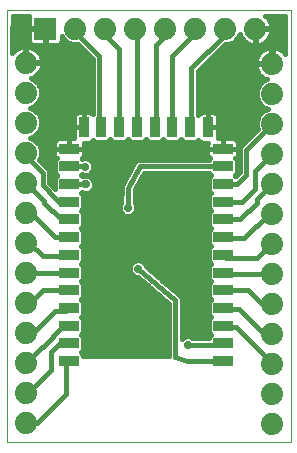
<source format=gtl>
G75*
G70*
%OFA0B0*%
%FSLAX24Y24*%
%IPPOS*%
%LPD*%
%AMOC8*
5,1,8,0,0,1.08239X$1,22.5*
%
%ADD10C,0.0000*%
%ADD11R,0.0660X0.0320*%
%ADD12R,0.0320X0.0660*%
%ADD13C,0.0740*%
%ADD14R,0.0740X0.0740*%
%ADD15C,0.0160*%
%ADD16C,0.0277*%
D10*
X000380Y000225D02*
X000380Y014621D01*
X009829Y014621D01*
X009829Y000225D01*
X000380Y000225D01*
D11*
X002450Y002924D03*
X002450Y003515D03*
X002450Y004105D03*
X002450Y004696D03*
X002450Y005286D03*
X002450Y005877D03*
X002450Y006468D03*
X002450Y007058D03*
X002450Y007649D03*
X002450Y008239D03*
X002450Y008830D03*
X002450Y009420D03*
X002450Y010011D03*
X007569Y010011D03*
X007569Y009420D03*
X007569Y008830D03*
X007569Y008239D03*
X007569Y007649D03*
X007569Y007058D03*
X007569Y006468D03*
X007569Y005877D03*
X007569Y005286D03*
X007569Y004696D03*
X007569Y004105D03*
X007569Y003515D03*
X007569Y002924D03*
D12*
X007069Y010716D03*
X006478Y010716D03*
X005887Y010716D03*
X005297Y010716D03*
X004706Y010716D03*
X004116Y010716D03*
X003525Y010716D03*
X002935Y010716D03*
D13*
X001001Y010875D03*
X001001Y009875D03*
X001001Y008875D03*
X001001Y007875D03*
X001001Y006875D03*
X001001Y005875D03*
X001001Y004875D03*
X001001Y003875D03*
X001001Y002875D03*
X001001Y001875D03*
X001001Y000875D03*
X001001Y011875D03*
X001001Y012875D03*
X002650Y014010D03*
X003650Y014010D03*
X004650Y014010D03*
X005650Y014010D03*
X006650Y014010D03*
X007650Y014010D03*
X008650Y014010D03*
X009211Y012839D03*
X009211Y011839D03*
X009211Y010839D03*
X009211Y009839D03*
X009211Y008839D03*
X009211Y007839D03*
X009211Y006839D03*
X009211Y005839D03*
X009211Y004839D03*
X009211Y003839D03*
X009211Y002839D03*
X009211Y001839D03*
X009211Y000839D03*
D14*
X001650Y014010D03*
D15*
X001630Y014014D02*
X000565Y014014D01*
X000562Y013856D02*
X001100Y013856D01*
X001100Y013990D02*
X001100Y013617D01*
X001112Y013571D01*
X001136Y013530D01*
X001169Y013496D01*
X001210Y013473D01*
X001256Y013460D01*
X001630Y013460D01*
X001630Y013990D01*
X001670Y013990D01*
X001670Y013460D01*
X002043Y013460D01*
X002089Y013473D01*
X002130Y013496D01*
X002164Y013530D01*
X002187Y013571D01*
X002200Y013617D01*
X002200Y013764D01*
X002217Y013721D01*
X002361Y013578D01*
X002548Y013500D01*
X002738Y013500D01*
X003231Y013008D01*
X003231Y011164D01*
X003205Y011190D01*
X003164Y011213D01*
X003118Y011226D01*
X002935Y011226D01*
X002935Y010716D01*
X002935Y010716D01*
X002935Y011226D01*
X002751Y011226D01*
X002705Y011213D01*
X002664Y011190D01*
X002631Y011156D01*
X002607Y011115D01*
X002595Y011069D01*
X002595Y010716D01*
X002935Y010716D01*
X002935Y010716D01*
X002595Y010716D01*
X002595Y010362D01*
X002598Y010351D01*
X002450Y010351D01*
X002097Y010351D01*
X002051Y010339D01*
X002010Y010315D01*
X001976Y010281D01*
X001953Y010240D01*
X001940Y010195D01*
X001940Y010011D01*
X002450Y010011D01*
X002450Y010011D01*
X002450Y010351D01*
X002450Y010011D01*
X002450Y010011D01*
X001940Y010011D01*
X001940Y009827D01*
X001953Y009781D01*
X001976Y009740D01*
X002010Y009707D01*
X002035Y009692D01*
X001980Y009638D01*
X001980Y009202D01*
X002058Y009125D01*
X001980Y009048D01*
X001980Y008679D01*
X001781Y008879D01*
X001781Y009292D01*
X001652Y009421D01*
X001449Y009624D01*
X001511Y009773D01*
X001511Y009976D01*
X001433Y010164D01*
X001290Y010307D01*
X001127Y010375D01*
X001290Y010442D01*
X001433Y010586D01*
X001511Y010773D01*
X001511Y010976D01*
X001433Y011164D01*
X001290Y011307D01*
X001127Y011375D01*
X001290Y011442D01*
X001433Y011586D01*
X001511Y011773D01*
X001511Y011976D01*
X001433Y012164D01*
X001290Y012307D01*
X001177Y012354D01*
X001212Y012365D01*
X001289Y012404D01*
X001359Y012455D01*
X001421Y012516D01*
X001471Y012586D01*
X001511Y012664D01*
X001537Y012746D01*
X001551Y012831D01*
X001551Y012855D01*
X001021Y012855D01*
X001021Y012895D01*
X000981Y012895D01*
X000981Y013425D01*
X000958Y013425D01*
X000872Y013411D01*
X000790Y013384D01*
X000713Y013345D01*
X000643Y013294D01*
X000582Y013233D01*
X000560Y013203D01*
X000560Y013774D01*
X000574Y014441D01*
X001110Y014441D01*
X001100Y014404D01*
X001100Y014030D01*
X001630Y014030D01*
X001630Y013990D01*
X001100Y013990D01*
X001100Y014173D02*
X000568Y014173D01*
X000571Y014331D02*
X001100Y014331D01*
X001100Y013697D02*
X000560Y013697D01*
X000560Y013539D02*
X001130Y013539D01*
X001130Y013411D02*
X001044Y013425D01*
X001021Y013425D01*
X001021Y012895D01*
X001551Y012895D01*
X001551Y012918D01*
X001537Y013004D01*
X001511Y013086D01*
X001471Y013163D01*
X001421Y013233D01*
X001359Y013294D01*
X001289Y013345D01*
X001212Y013384D01*
X001130Y013411D01*
X001220Y013380D02*
X002858Y013380D01*
X003017Y013222D02*
X001429Y013222D01*
X001518Y013063D02*
X003175Y013063D01*
X003231Y012905D02*
X001551Y012905D01*
X001538Y012746D02*
X003231Y012746D01*
X003231Y012588D02*
X001472Y012588D01*
X001324Y012429D02*
X003231Y012429D01*
X003231Y012271D02*
X001326Y012271D01*
X001455Y012112D02*
X003231Y012112D01*
X003231Y011954D02*
X001511Y011954D01*
X001511Y011795D02*
X003231Y011795D01*
X003231Y011637D02*
X001454Y011637D01*
X001326Y011478D02*
X003231Y011478D01*
X003231Y011320D02*
X001259Y011320D01*
X001434Y011161D02*
X002636Y011161D01*
X002595Y011003D02*
X001500Y011003D01*
X001511Y010844D02*
X002595Y010844D01*
X002595Y010686D02*
X001475Y010686D01*
X001375Y010527D02*
X002595Y010527D01*
X002595Y010369D02*
X001141Y010369D01*
X001387Y010210D02*
X001945Y010210D01*
X001940Y010052D02*
X001480Y010052D01*
X001511Y009893D02*
X001940Y009893D01*
X001982Y009735D02*
X001495Y009735D01*
X001497Y009576D02*
X001980Y009576D01*
X001980Y009418D02*
X001656Y009418D01*
X001781Y009259D02*
X001980Y009259D01*
X002034Y009101D02*
X001781Y009101D01*
X001781Y008942D02*
X001980Y008942D01*
X001980Y008784D02*
X001876Y008784D01*
X001561Y008788D02*
X001974Y008374D01*
X001974Y008360D01*
X002119Y008215D01*
X002426Y008215D01*
X002450Y008239D01*
X002843Y007944D02*
X002920Y008021D01*
X002920Y008457D01*
X002843Y008534D01*
X002874Y008565D01*
X002945Y008536D01*
X003056Y008536D01*
X003159Y008578D01*
X003237Y008657D01*
X003280Y008759D01*
X003280Y008870D01*
X003237Y008972D01*
X003222Y008988D01*
X003144Y009066D01*
X003041Y009108D01*
X002930Y009108D01*
X002880Y009088D01*
X002843Y009125D01*
X002869Y009151D01*
X002924Y009129D01*
X003035Y009129D01*
X003138Y009171D01*
X003216Y009249D01*
X003258Y009352D01*
X003258Y009463D01*
X003216Y009565D01*
X003138Y009644D01*
X003035Y009686D01*
X002924Y009686D01*
X002888Y009671D01*
X002866Y009692D01*
X002891Y009707D01*
X002925Y009740D01*
X002948Y009781D01*
X002960Y009827D01*
X002960Y010011D01*
X002960Y010195D01*
X002958Y010206D01*
X003118Y010206D01*
X003164Y010218D01*
X003205Y010242D01*
X003239Y010275D01*
X003253Y010300D01*
X003307Y010246D01*
X003743Y010246D01*
X003821Y010323D01*
X003898Y010246D01*
X004334Y010246D01*
X004411Y010323D01*
X004488Y010246D01*
X004924Y010246D01*
X005002Y010323D01*
X005079Y010246D01*
X005515Y010246D01*
X005592Y010323D01*
X005670Y010246D01*
X006105Y010246D01*
X006183Y010323D01*
X006260Y010246D01*
X006696Y010246D01*
X006750Y010300D01*
X006765Y010275D01*
X006798Y010242D01*
X006839Y010218D01*
X006885Y010206D01*
X007062Y010206D01*
X007059Y010195D01*
X007059Y010011D01*
X007569Y010011D01*
X008079Y010011D01*
X008079Y010195D01*
X008066Y010240D01*
X008043Y010281D01*
X008009Y010315D01*
X007968Y010339D01*
X007922Y010351D01*
X007569Y010351D01*
X007569Y010011D01*
X007569Y010011D01*
X007569Y010011D01*
X008079Y010011D01*
X008079Y009827D01*
X008066Y009781D01*
X008043Y009740D01*
X008009Y009707D01*
X007984Y009692D01*
X008039Y009638D01*
X008039Y009202D01*
X007961Y009125D01*
X007993Y009094D01*
X008132Y009233D01*
X008132Y010071D01*
X008730Y010669D01*
X008701Y010738D01*
X008701Y010941D01*
X008779Y011128D01*
X008923Y011272D01*
X009086Y011339D01*
X008923Y011407D01*
X008779Y011550D01*
X008701Y011738D01*
X008701Y011941D01*
X008779Y012128D01*
X008923Y012272D01*
X009035Y012318D01*
X009000Y012329D01*
X008923Y012369D01*
X008853Y012420D01*
X008792Y012481D01*
X008741Y012551D01*
X008702Y012628D01*
X008675Y012710D01*
X008661Y012796D01*
X008661Y012819D01*
X009191Y012819D01*
X009191Y012859D01*
X008661Y012859D01*
X008661Y012882D01*
X008675Y012968D01*
X008702Y013050D01*
X008741Y013127D01*
X008792Y013197D01*
X008853Y013259D01*
X008923Y013310D01*
X009000Y013349D01*
X009083Y013376D01*
X009168Y013389D01*
X009191Y013389D01*
X009191Y012859D01*
X009231Y012859D01*
X009231Y013389D01*
X009255Y013389D01*
X009340Y013376D01*
X009423Y013349D01*
X009500Y013310D01*
X009570Y013259D01*
X009631Y013197D01*
X009649Y013173D01*
X009649Y014441D01*
X008993Y014441D01*
X009008Y014430D01*
X009069Y014369D01*
X009120Y014299D01*
X009159Y014221D01*
X009186Y014139D01*
X009200Y014054D01*
X009200Y014030D01*
X008670Y014030D01*
X008670Y013990D01*
X009200Y013990D01*
X009200Y013967D01*
X009186Y013882D01*
X009159Y013799D01*
X009120Y013722D01*
X009069Y013652D01*
X009008Y013591D01*
X008938Y013540D01*
X008861Y013501D01*
X008778Y013474D01*
X008693Y013460D01*
X008670Y013460D01*
X008670Y013990D01*
X008630Y013990D01*
X008630Y013460D01*
X008606Y013460D01*
X008521Y013474D01*
X008439Y013501D01*
X008361Y013540D01*
X008291Y013591D01*
X008230Y013652D01*
X008179Y013722D01*
X008140Y013799D01*
X008129Y013834D01*
X008082Y013721D01*
X007939Y013578D01*
X007751Y013500D01*
X007648Y013500D01*
X006742Y012594D01*
X006742Y011140D01*
X006750Y011131D01*
X006765Y011156D01*
X006798Y011190D01*
X006839Y011213D01*
X006885Y011226D01*
X007069Y011226D01*
X007069Y010716D01*
X007069Y010716D01*
X007409Y010716D01*
X007409Y011069D01*
X007396Y011115D01*
X007373Y011156D01*
X007339Y011190D01*
X007298Y011213D01*
X007252Y011226D01*
X007069Y011226D01*
X007069Y010716D01*
X007069Y010716D01*
X007409Y010716D01*
X007409Y010362D01*
X007406Y010351D01*
X007569Y010351D01*
X007569Y010011D01*
X007569Y010011D01*
X007059Y010011D01*
X007059Y009827D01*
X007071Y009781D01*
X007095Y009740D01*
X007128Y009707D01*
X007153Y009692D01*
X007101Y009640D01*
X005887Y009640D01*
X005886Y009641D01*
X005796Y009640D01*
X005705Y009640D01*
X005705Y009640D01*
X004864Y009637D01*
X004835Y009653D01*
X004776Y009636D01*
X004715Y009636D01*
X004692Y009612D01*
X004660Y009603D01*
X004630Y009550D01*
X004587Y009507D01*
X004587Y009473D01*
X004238Y008848D01*
X004196Y008806D01*
X004195Y008771D01*
X004178Y008740D01*
X004195Y008683D01*
X004190Y008220D01*
X004172Y008202D01*
X004130Y008099D01*
X004130Y007989D01*
X004172Y007886D01*
X004251Y007808D01*
X004353Y007765D01*
X004464Y007765D01*
X004566Y007808D01*
X004645Y007886D01*
X004687Y007989D01*
X004687Y008099D01*
X004645Y008202D01*
X004630Y008217D01*
X004634Y008654D01*
X004937Y009197D01*
X005796Y009200D01*
X007101Y009200D01*
X007176Y009125D01*
X007099Y009048D01*
X007099Y008612D01*
X007176Y008534D01*
X007099Y008457D01*
X007099Y008021D01*
X007176Y007944D01*
X007099Y007867D01*
X007099Y007431D01*
X007176Y007353D01*
X007099Y007276D01*
X007099Y006840D01*
X007176Y006763D01*
X007099Y006686D01*
X007099Y006250D01*
X007176Y006172D01*
X007099Y006095D01*
X007099Y005659D01*
X007176Y005582D01*
X007099Y005504D01*
X007099Y005068D01*
X007176Y004991D01*
X007099Y004914D01*
X007099Y004478D01*
X007176Y004401D01*
X007099Y004323D01*
X007099Y003887D01*
X007176Y003810D01*
X007099Y003733D01*
X007099Y003693D01*
X006578Y003693D01*
X006562Y003709D01*
X006459Y003752D01*
X006348Y003752D01*
X006246Y003709D01*
X006210Y003674D01*
X006210Y004868D01*
X006217Y004875D01*
X006210Y004958D01*
X006210Y005040D01*
X006203Y005047D01*
X006203Y005057D01*
X006140Y005111D01*
X006081Y005169D01*
X006072Y005169D01*
X005029Y006063D01*
X005029Y006068D01*
X004986Y006170D01*
X004908Y006248D01*
X004806Y006291D01*
X004695Y006291D01*
X004592Y006248D01*
X004514Y006170D01*
X004471Y006068D01*
X004471Y005957D01*
X004514Y005854D01*
X004592Y005776D01*
X004695Y005733D01*
X004737Y005733D01*
X005770Y004848D01*
X005770Y003098D01*
X005767Y003090D01*
X002920Y003090D01*
X002920Y003142D01*
X002843Y003219D01*
X002920Y003297D01*
X002920Y003733D01*
X002843Y003810D01*
X002920Y003887D01*
X002920Y004323D01*
X002843Y004401D01*
X002920Y004478D01*
X002920Y004914D01*
X002843Y004991D01*
X002920Y005068D01*
X002920Y005504D01*
X002843Y005582D01*
X002920Y005659D01*
X002920Y006095D01*
X002843Y006172D01*
X002920Y006250D01*
X002920Y006686D01*
X002843Y006763D01*
X002920Y006840D01*
X002920Y007276D01*
X002843Y007353D01*
X002920Y007431D01*
X002920Y007867D01*
X002843Y007944D01*
X002891Y007991D02*
X004130Y007991D01*
X004150Y008150D02*
X002920Y008150D01*
X002920Y008308D02*
X004191Y008308D01*
X004192Y008467D02*
X002911Y008467D01*
X003001Y008815D02*
X002986Y008830D01*
X002450Y008830D01*
X002867Y009101D02*
X002912Y009101D01*
X003060Y009101D02*
X004379Y009101D01*
X004468Y009259D02*
X003220Y009259D01*
X003258Y009418D02*
X004556Y009418D01*
X004645Y009576D02*
X003205Y009576D01*
X002980Y009407D02*
X002967Y009420D01*
X002450Y009420D01*
X002450Y010011D02*
X002450Y010011D01*
X002960Y010011D01*
X002450Y010011D01*
X002450Y010052D02*
X002450Y010052D01*
X002450Y010210D02*
X002450Y010210D01*
X002960Y010052D02*
X007059Y010052D01*
X007059Y009893D02*
X002960Y009893D01*
X002919Y009735D02*
X007100Y009735D01*
X006867Y010210D02*
X003136Y010210D01*
X003525Y010716D02*
X003451Y010790D01*
X003451Y013099D01*
X002650Y013900D01*
X002650Y014010D01*
X002455Y013539D02*
X002169Y013539D01*
X002200Y013697D02*
X002242Y013697D01*
X001670Y013697D02*
X001630Y013697D01*
X001630Y013539D02*
X001670Y013539D01*
X001670Y013856D02*
X001630Y013856D01*
X001021Y013380D02*
X000981Y013380D01*
X000981Y013222D02*
X001021Y013222D01*
X001021Y013063D02*
X000981Y013063D01*
X000981Y012905D02*
X001021Y012905D01*
X000782Y013380D02*
X000560Y013380D01*
X000560Y013222D02*
X000573Y013222D01*
X001001Y009875D02*
X001001Y009761D01*
X001561Y009201D01*
X001561Y008788D01*
X001620Y008256D02*
X001001Y008875D01*
X001620Y008256D02*
X001620Y008197D01*
X002169Y007649D01*
X002450Y007649D01*
X002847Y007357D02*
X007172Y007357D01*
X007099Y007199D02*
X002920Y007199D01*
X002920Y007040D02*
X007099Y007040D01*
X007099Y006882D02*
X002920Y006882D01*
X002883Y006723D02*
X007136Y006723D01*
X007099Y006565D02*
X002920Y006565D01*
X002920Y006406D02*
X007099Y006406D01*
X007100Y006248D02*
X004909Y006248D01*
X005020Y006089D02*
X007099Y006089D01*
X007099Y005931D02*
X005183Y005931D01*
X005368Y005772D02*
X007099Y005772D01*
X007144Y005614D02*
X005553Y005614D01*
X005738Y005455D02*
X007099Y005455D01*
X007099Y005297D02*
X005923Y005297D01*
X006112Y005138D02*
X007099Y005138D01*
X007165Y004980D02*
X006210Y004980D01*
X006210Y004821D02*
X007099Y004821D01*
X007099Y004663D02*
X006210Y004663D01*
X006210Y004504D02*
X007099Y004504D01*
X007121Y004346D02*
X006210Y004346D01*
X006210Y004187D02*
X007099Y004187D01*
X007099Y004029D02*
X006210Y004029D01*
X006210Y003870D02*
X007116Y003870D01*
X007099Y003712D02*
X006555Y003712D01*
X006404Y003473D02*
X007527Y003473D01*
X007569Y003515D01*
X007611Y004063D02*
X007569Y004105D01*
X007611Y004063D02*
X007998Y004063D01*
X009211Y002850D01*
X009211Y002839D01*
X009211Y003839D02*
X008931Y003839D01*
X008116Y004654D01*
X007611Y004654D01*
X007569Y004696D01*
X007569Y005286D02*
X007586Y005303D01*
X008411Y005303D01*
X008876Y004839D01*
X009211Y004839D01*
X009211Y005839D02*
X007606Y005839D01*
X007569Y005877D01*
X007670Y006366D02*
X007569Y006468D01*
X007670Y006366D02*
X008707Y006366D01*
X009179Y006839D01*
X009211Y006839D01*
X008293Y007016D02*
X009116Y007839D01*
X009211Y007839D01*
X008707Y008197D02*
X008707Y008334D01*
X009211Y008839D01*
X008648Y008670D02*
X008648Y009275D01*
X009211Y009839D01*
X008723Y010686D02*
X007409Y010686D01*
X007409Y010844D02*
X008701Y010844D01*
X008727Y011003D02*
X007409Y011003D01*
X007367Y011161D02*
X008812Y011161D01*
X008851Y011478D02*
X006742Y011478D01*
X006742Y011320D02*
X009039Y011320D01*
X008743Y011637D02*
X006742Y011637D01*
X006742Y011795D02*
X008701Y011795D01*
X008707Y011954D02*
X006742Y011954D01*
X006742Y012112D02*
X008773Y012112D01*
X008922Y012271D02*
X006742Y012271D01*
X006742Y012429D02*
X008844Y012429D01*
X008722Y012588D02*
X006742Y012588D01*
X006894Y012746D02*
X008669Y012746D01*
X008665Y012905D02*
X007052Y012905D01*
X007211Y013063D02*
X008708Y013063D01*
X008816Y013222D02*
X007369Y013222D01*
X007528Y013380D02*
X009112Y013380D01*
X009191Y013380D02*
X009231Y013380D01*
X009311Y013380D02*
X009649Y013380D01*
X009649Y013222D02*
X009607Y013222D01*
X009649Y013539D02*
X008936Y013539D01*
X009102Y013697D02*
X009649Y013697D01*
X009649Y013856D02*
X009178Y013856D01*
X009175Y014173D02*
X009649Y014173D01*
X009649Y014331D02*
X009096Y014331D01*
X008670Y014014D02*
X009649Y014014D01*
X009231Y013222D02*
X009191Y013222D01*
X009191Y013063D02*
X009231Y013063D01*
X009231Y012905D02*
X009191Y012905D01*
X008670Y013539D02*
X008630Y013539D01*
X008630Y013697D02*
X008670Y013697D01*
X008670Y013856D02*
X008630Y013856D01*
X008364Y013539D02*
X007844Y013539D01*
X008058Y013697D02*
X008197Y013697D01*
X007650Y013813D02*
X006522Y012685D01*
X006522Y010759D01*
X006478Y010716D01*
X006742Y011161D02*
X006770Y011161D01*
X007069Y011161D02*
X007069Y011161D01*
X007069Y011003D02*
X007069Y011003D01*
X007069Y010844D02*
X007069Y010844D01*
X007409Y010527D02*
X008588Y010527D01*
X008430Y010369D02*
X007409Y010369D01*
X007569Y010210D02*
X007569Y010210D01*
X007569Y010052D02*
X007569Y010052D01*
X007569Y009420D02*
X005796Y009420D01*
X004807Y009416D01*
X004415Y008713D01*
X004408Y008044D01*
X004225Y007833D02*
X002920Y007833D01*
X002920Y007674D02*
X007099Y007674D01*
X007099Y007516D02*
X002920Y007516D01*
X002450Y007058D02*
X002433Y007075D01*
X001974Y007075D01*
X001175Y007875D01*
X001001Y007875D01*
X001001Y006875D02*
X001112Y006875D01*
X001561Y006426D01*
X002409Y006426D01*
X002450Y006468D01*
X002450Y005877D02*
X002448Y005875D01*
X001001Y005875D01*
X001561Y005303D02*
X001132Y004875D01*
X001001Y004875D01*
X001561Y005303D02*
X002433Y005303D01*
X002450Y005286D01*
X002450Y004696D02*
X002349Y004595D01*
X001974Y004595D01*
X001254Y003875D01*
X001001Y003875D01*
X001540Y003414D02*
X001001Y002875D01*
X001540Y003414D02*
X001561Y003414D01*
X002253Y004105D01*
X002450Y004105D01*
X002433Y003532D02*
X002152Y003532D01*
X001856Y003237D01*
X001856Y002646D01*
X001085Y001875D01*
X001001Y001875D01*
X001001Y000875D02*
X001384Y000875D01*
X002329Y001819D01*
X002329Y002803D01*
X002450Y002924D01*
X002860Y003236D02*
X005770Y003236D01*
X005770Y003395D02*
X002920Y003395D01*
X002920Y003553D02*
X005770Y003553D01*
X005770Y003712D02*
X002920Y003712D01*
X002903Y003870D02*
X005770Y003870D01*
X005770Y004029D02*
X002920Y004029D01*
X002920Y004187D02*
X005770Y004187D01*
X005770Y004346D02*
X002898Y004346D01*
X002920Y004504D02*
X005770Y004504D01*
X005770Y004663D02*
X002920Y004663D01*
X002920Y004821D02*
X005770Y004821D01*
X005616Y004980D02*
X002855Y004980D01*
X002920Y005138D02*
X005432Y005138D01*
X005247Y005297D02*
X002920Y005297D01*
X002920Y005455D02*
X005062Y005455D01*
X004877Y005614D02*
X002875Y005614D01*
X002920Y005772D02*
X004601Y005772D01*
X004482Y005931D02*
X002920Y005931D01*
X002920Y006089D02*
X004480Y006089D01*
X004591Y006248D02*
X002919Y006248D01*
X004591Y007833D02*
X007099Y007833D01*
X007129Y007991D02*
X004687Y007991D01*
X004666Y008150D02*
X007099Y008150D01*
X007099Y008308D02*
X004631Y008308D01*
X004632Y008467D02*
X007108Y008467D01*
X007099Y008625D02*
X004634Y008625D01*
X004706Y008784D02*
X007099Y008784D01*
X007099Y008942D02*
X004795Y008942D01*
X004883Y009101D02*
X007152Y009101D01*
X007569Y008830D02*
X008040Y008830D01*
X008352Y009142D01*
X008352Y009980D01*
X009211Y010839D01*
X008271Y010210D02*
X008074Y010210D01*
X008079Y010052D02*
X008132Y010052D01*
X008132Y009893D02*
X008079Y009893D01*
X008037Y009735D02*
X008132Y009735D01*
X008132Y009576D02*
X008039Y009576D01*
X008039Y009418D02*
X008132Y009418D01*
X008132Y009259D02*
X008039Y009259D01*
X008000Y009101D02*
X007986Y009101D01*
X008648Y008670D02*
X008217Y008239D01*
X007569Y008239D01*
X007569Y007649D02*
X008158Y007649D01*
X008707Y008197D01*
X008293Y007016D02*
X007611Y007016D01*
X007569Y007058D01*
X005990Y004949D02*
X004750Y006012D01*
X005990Y004949D02*
X005990Y003059D01*
X006362Y002924D01*
X007569Y002924D01*
X006252Y003712D02*
X006210Y003712D01*
X004194Y008625D02*
X003206Y008625D01*
X003280Y008784D02*
X004195Y008784D01*
X004291Y008942D02*
X003250Y008942D01*
X003222Y008988D02*
X003222Y008988D01*
X004116Y010716D02*
X004116Y013320D01*
X003650Y013786D01*
X003650Y014010D01*
X004650Y014010D02*
X004706Y013954D01*
X004706Y010716D01*
X005297Y010716D02*
X005341Y010759D01*
X005341Y013453D01*
X005650Y013762D01*
X005650Y014010D01*
X005872Y013099D02*
X005872Y010731D01*
X005887Y010716D01*
X005872Y013099D02*
X006650Y013876D01*
X006650Y014010D01*
X007650Y014010D02*
X007650Y013813D01*
X002935Y011161D02*
X002935Y011161D01*
X002935Y011003D02*
X002935Y011003D01*
X002935Y010844D02*
X002935Y010844D01*
X002433Y003532D02*
X002450Y003515D01*
D16*
X003451Y006662D03*
X004408Y008044D03*
X003001Y008815D03*
X002986Y008830D03*
X002980Y009407D03*
X002329Y012272D03*
X005754Y007548D03*
X004750Y006012D03*
X005282Y004181D03*
X006404Y003473D03*
X008057Y012154D03*
M02*

</source>
